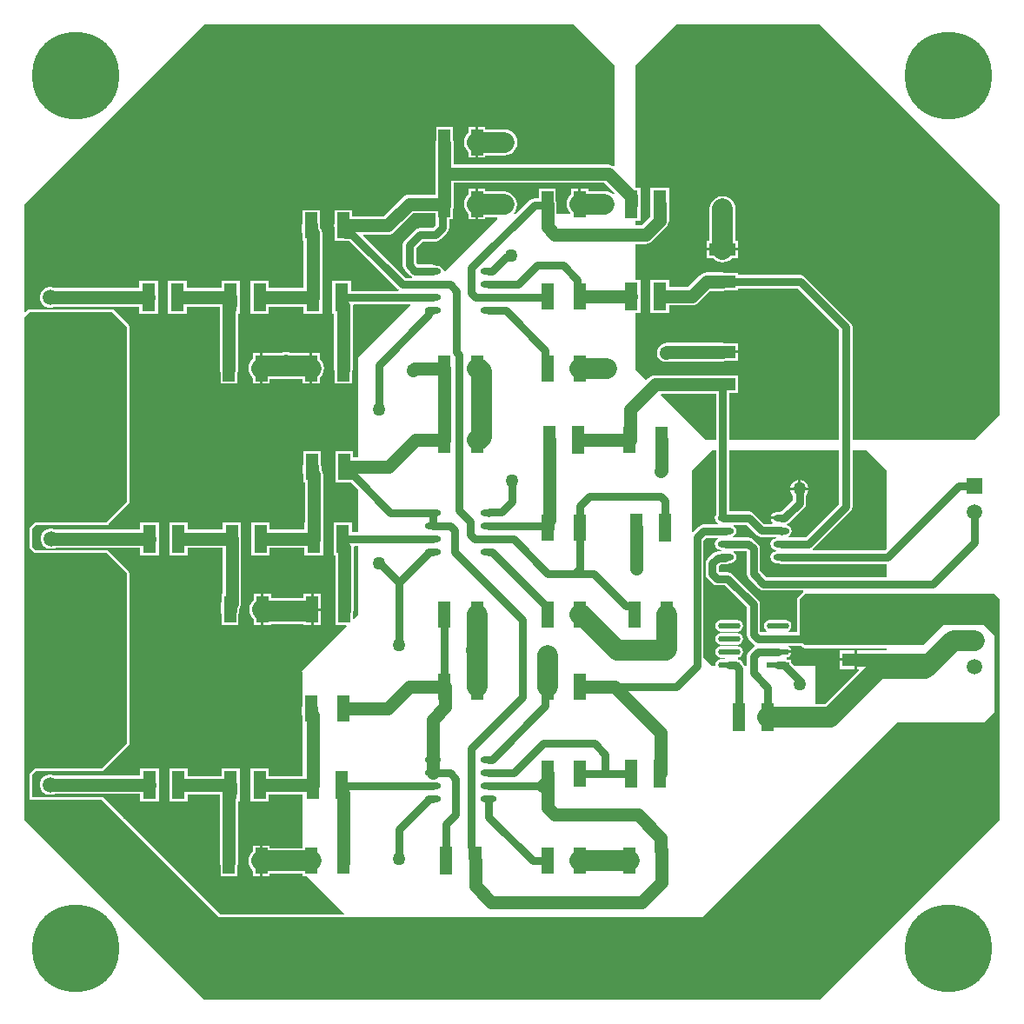
<source format=gtl>
G04*
G04 #@! TF.GenerationSoftware,Altium Limited,Altium Designer,21.0.9 (235)*
G04*
G04 Layer_Physical_Order=1*
G04 Layer_Color=255*
%FSLAX25Y25*%
%MOIN*%
G70*
G04*
G04 #@! TF.SameCoordinates,D8BD6BA4-3444-481E-B6E4-69F3699672C9*
G04*
G04*
G04 #@! TF.FilePolarity,Positive*
G04*
G01*
G75*
%ADD14O,0.06102X0.02362*%
%ADD15R,0.09843X0.04528*%
%ADD16R,0.05118X0.10630*%
%ADD17R,0.04528X0.09843*%
%ADD18R,0.10630X0.05118*%
%ADD19R,0.08540X0.02292*%
G04:AMPARAMS|DCode=20|XSize=85.4mil|YSize=22.92mil|CornerRadius=11.46mil|HoleSize=0mil|Usage=FLASHONLY|Rotation=180.000|XOffset=0mil|YOffset=0mil|HoleType=Round|Shape=RoundedRectangle|*
%AMROUNDEDRECTD20*
21,1,0.08540,0.00000,0,0,180.0*
21,1,0.06248,0.02292,0,0,180.0*
1,1,0.02292,-0.03124,0.00000*
1,1,0.02292,0.03124,0.00000*
1,1,0.02292,0.03124,0.00000*
1,1,0.02292,-0.03124,0.00000*
%
%ADD20ROUNDEDRECTD20*%
%ADD30C,0.07874*%
%ADD31C,0.02953*%
%ADD32C,0.05000*%
%ADD33C,0.33465*%
%ADD34C,0.05906*%
%ADD35R,0.05906X0.05906*%
%ADD36C,0.05000*%
G36*
X354331Y446850D02*
Y408393D01*
X353831Y408147D01*
X353537Y408372D01*
X352685Y408725D01*
X351772Y408845D01*
X292605D01*
Y416929D01*
X292485Y417843D01*
X292339Y418196D01*
Y423244D01*
X285811D01*
Y418196D01*
X285665Y417843D01*
X285545Y416929D01*
Y405315D01*
Y397231D01*
X275590D01*
X274677Y397111D01*
X273826Y396758D01*
X273094Y396197D01*
X265861Y388963D01*
X253559D01*
Y391354D01*
X247031D01*
Y386700D01*
X246885Y386347D01*
X246765Y385433D01*
X246885Y384519D01*
X247031Y384167D01*
Y379512D01*
X250839D01*
X251083Y379463D01*
X252694D01*
X271207Y360951D01*
X271491Y360761D01*
X271339Y360261D01*
X253165D01*
Y364189D01*
X246047D01*
Y351559D01*
X246765D01*
Y330709D01*
Y330315D01*
X246885Y329401D01*
X247031Y329048D01*
Y324787D01*
X253559D01*
Y329048D01*
X253705Y329401D01*
X253825Y330315D01*
Y330709D01*
Y354429D01*
X253772Y354835D01*
X254102Y355211D01*
X275818D01*
X276009Y354749D01*
X255906Y334646D01*
Y296444D01*
X253953D01*
Y298835D01*
X247425D01*
Y294180D01*
X247279Y293827D01*
X247159Y292913D01*
X247279Y292000D01*
X247425Y291647D01*
Y286992D01*
X251233D01*
X251476Y286944D01*
X253088D01*
X255906Y284126D01*
Y267741D01*
X253559D01*
Y271669D01*
X246441D01*
Y259039D01*
X247159D01*
Y238189D01*
Y237795D01*
X247279Y236882D01*
X247425Y236529D01*
Y232268D01*
X251300D01*
X251491Y231806D01*
X234252Y214567D01*
X234646Y214173D01*
Y206315D01*
X234630D01*
Y201660D01*
X234484Y201307D01*
X234364Y200394D01*
Y198209D01*
X234484Y197295D01*
X234630Y196942D01*
Y194473D01*
X234646D01*
Y174396D01*
X221669D01*
Y177181D01*
X214551D01*
Y164551D01*
X221669D01*
Y167336D01*
X234646D01*
Y147653D01*
X234630D01*
Y146712D01*
X222063D01*
Y147653D01*
X219299D01*
Y141732D01*
Y135811D01*
X222063D01*
Y136753D01*
X234630D01*
Y135811D01*
X236236D01*
X250487Y121560D01*
X250296Y121098D01*
X203178Y121098D01*
X166075Y158201D01*
X166075Y158201D01*
X158201Y166075D01*
X157870Y166296D01*
X157480Y166374D01*
X130941D01*
Y174775D01*
X132312Y176146D01*
X157480Y176146D01*
X157870Y176223D01*
X158201Y176444D01*
X168044Y186287D01*
X168265Y186618D01*
X168342Y187008D01*
Y251969D01*
X168265Y252359D01*
X168044Y252690D01*
X160170Y260563D01*
X159839Y260785D01*
X159449Y260862D01*
X132312D01*
X130941Y262233D01*
X130941Y269263D01*
X132312Y270634D01*
X159449D01*
X159839Y270712D01*
X160170Y270933D01*
X168044Y278807D01*
X168265Y279137D01*
X168342Y279528D01*
Y346457D01*
X168265Y346847D01*
X168044Y347178D01*
X162138Y353083D01*
X161808Y353304D01*
X161417Y353382D01*
X129921Y353382D01*
X129531Y353304D01*
X129200Y353083D01*
X128415Y352298D01*
X127953Y352489D01*
Y393701D01*
X196850Y462598D01*
X338583Y462598D01*
X354331Y446850D01*
D02*
G37*
G36*
X354189Y397905D02*
X354148Y397661D01*
X353606Y397459D01*
X352884Y398013D01*
X351682Y398511D01*
X350394Y398680D01*
X344110D01*
Y399622D01*
X341347D01*
Y393701D01*
X340347D01*
Y399622D01*
X337583D01*
Y397419D01*
X337325Y397222D01*
X336534Y396191D01*
X336036Y394990D01*
X335867Y393701D01*
X336036Y392412D01*
X336534Y391211D01*
X337261Y390264D01*
X337175Y389956D01*
X337046Y389764D01*
X331975D01*
Y393701D01*
X331855Y394615D01*
X331709Y394967D01*
Y399622D01*
X325181D01*
Y395888D01*
X323482D01*
X322515Y395696D01*
X321696Y395149D01*
X316311Y389764D01*
X315794D01*
X315548Y390264D01*
X316125Y391015D01*
X316622Y392216D01*
X316792Y393505D01*
X316622Y394794D01*
X316125Y395995D01*
X315333Y397026D01*
X314302Y397817D01*
X313101Y398315D01*
X311812Y398484D01*
X304740D01*
Y399622D01*
X301976D01*
Y393701D01*
Y387779D01*
X304740D01*
Y388525D01*
X309132D01*
X309323Y388063D01*
X289207Y367948D01*
X288665Y368112D01*
X288570Y368587D01*
X288088Y369309D01*
X287367Y369791D01*
X286516Y369960D01*
X285922D01*
X285317Y370364D01*
X284350Y370556D01*
X278684D01*
X278116Y371125D01*
Y376907D01*
X280573Y379365D01*
X285672D01*
X286638Y379557D01*
X287457Y380104D01*
X290073Y382720D01*
X290620Y383539D01*
X290812Y384505D01*
Y387779D01*
X292339D01*
Y392041D01*
X292485Y392393D01*
X292605Y393307D01*
Y393464D01*
X292605Y393465D01*
X292605Y393465D01*
Y401785D01*
X350309D01*
X354189Y397905D01*
D02*
G37*
G36*
X285763Y385551D02*
X284626Y384415D01*
X279528D01*
X278561Y384223D01*
X277742Y383675D01*
X273805Y379738D01*
X273258Y378919D01*
X273066Y377953D01*
Y370079D01*
X273258Y369112D01*
X273805Y368293D01*
X275852Y366246D01*
X276578Y365761D01*
X276509Y365296D01*
X276495Y365261D01*
X274038D01*
X257858Y381441D01*
X258050Y381903D01*
X267323D01*
X268236Y382023D01*
X269088Y382376D01*
X269819Y382937D01*
X277053Y390171D01*
X285763D01*
Y385551D01*
D02*
G37*
G36*
X501968Y393701D02*
X501968Y312992D01*
X492126Y303150D01*
X445438D01*
Y346457D01*
X445246Y347423D01*
X444972Y347832D01*
X444699Y348242D01*
X427278Y365663D01*
X426458Y366211D01*
X425492Y366403D01*
X401590D01*
Y367142D01*
X396936D01*
X396583Y367288D01*
X395669Y367408D01*
X389469D01*
X388555Y367288D01*
X387703Y366935D01*
X386972Y366374D01*
X382396Y361798D01*
X375213D01*
Y364583D01*
X368094D01*
Y351953D01*
X375213D01*
Y354737D01*
X383858D01*
X384772Y354858D01*
X385623Y355210D01*
X386354Y355771D01*
X390931Y360348D01*
X395669D01*
X396583Y360468D01*
X396936Y360614D01*
X401590D01*
Y361353D01*
X424446D01*
X440388Y345411D01*
Y303150D01*
X398194D01*
Y321244D01*
X401590D01*
Y327772D01*
X396936D01*
X396583Y327918D01*
X395669Y328038D01*
X369783D01*
X368870Y327918D01*
X368018Y327565D01*
X367287Y327004D01*
X366378Y326095D01*
X362205Y330268D01*
Y351953D01*
X364189D01*
Y364583D01*
X362205D01*
Y378360D01*
X366142D01*
X367055Y378480D01*
X367907Y378833D01*
X368638Y379394D01*
X374091Y384846D01*
X374652Y385577D01*
X375004Y386429D01*
X375125Y387343D01*
Y387386D01*
X375213D01*
Y400016D01*
X368094D01*
Y393871D01*
X368064Y393642D01*
Y388805D01*
X364680Y385420D01*
X362205D01*
Y387386D01*
X364189D01*
Y400016D01*
X362205D01*
Y446850D01*
X377953Y462598D01*
X433071D01*
X501968Y393701D01*
D02*
G37*
G36*
X393144Y303150D02*
X389323D01*
X371957Y320516D01*
X372148Y320978D01*
X393144D01*
Y303150D01*
D02*
G37*
G36*
Y274426D02*
X392926Y274099D01*
X392757Y273248D01*
X392926Y272397D01*
X393408Y271675D01*
X394010Y271273D01*
X393876Y270773D01*
X388327D01*
X387361Y270581D01*
X386541Y270033D01*
X384358Y267850D01*
X383858Y268057D01*
Y291339D01*
X391732Y299213D01*
X393144D01*
Y274426D01*
D02*
G37*
G36*
X440388Y278605D02*
X427557Y265773D01*
X421085D01*
X420950Y266273D01*
X421553Y266675D01*
X422035Y267397D01*
X422204Y268248D01*
X422035Y269099D01*
X421553Y269820D01*
X420831Y270303D01*
X420335Y270401D01*
Y270911D01*
X420356Y270915D01*
X420747Y271177D01*
X420831Y271194D01*
X421553Y271675D01*
X421885Y272172D01*
X426931Y277218D01*
X427478Y278038D01*
X427670Y279004D01*
Y281979D01*
X427946Y282255D01*
X428407Y283053D01*
X428635Y283904D01*
X421656D01*
X421884Y283053D01*
X422345Y282255D01*
X422620Y281979D01*
Y280050D01*
X418344Y275773D01*
X418110D01*
X417144Y275581D01*
X416981Y275472D01*
X416240D01*
X415389Y275303D01*
X414668Y274820D01*
X414186Y274099D01*
X414116Y273748D01*
X418110D01*
Y272748D01*
X414116D01*
X414186Y272397D01*
X414668Y271675D01*
X414887Y271529D01*
X414736Y271029D01*
X411676D01*
X407671Y275033D01*
X406852Y275581D01*
X405886Y275773D01*
X398194D01*
Y299213D01*
X440388D01*
Y278605D01*
D02*
G37*
G36*
X450787Y299213D02*
X458661Y291338D01*
Y261445D01*
X457990Y260773D01*
X430256D01*
X430104Y261273D01*
X430388Y261463D01*
X444699Y275774D01*
X445246Y276593D01*
X445438Y277559D01*
Y299213D01*
X450787D01*
Y299213D01*
D02*
G37*
G36*
X408845Y266719D02*
X409664Y266171D01*
X410630Y265979D01*
X416225D01*
X416477Y265479D01*
X416471Y265472D01*
X416240D01*
X415389Y265303D01*
X414668Y264821D01*
X414186Y264099D01*
X414016Y263248D01*
X414186Y262397D01*
X414668Y261676D01*
X415389Y261193D01*
X416240Y261024D01*
X416337D01*
X416545Y260524D01*
X416493Y260472D01*
X416240D01*
X415389Y260303D01*
X414668Y259821D01*
X414186Y259099D01*
X414016Y258248D01*
X414186Y257397D01*
X414668Y256676D01*
X415389Y256193D01*
X416240Y256024D01*
X416981D01*
X417144Y255915D01*
X418110Y255723D01*
X458661D01*
Y250556D01*
X412463D01*
X410005Y253014D01*
Y261518D01*
X409813Y262485D01*
X409266Y263304D01*
X407536Y265033D01*
X406717Y265581D01*
X405751Y265773D01*
X399825D01*
X399690Y266273D01*
X400293Y266675D01*
X400775Y267397D01*
X400944Y268248D01*
X400775Y269099D01*
X400293Y269820D01*
X399690Y270223D01*
X399825Y270723D01*
X404840D01*
X408845Y266719D01*
D02*
G37*
G36*
X255906Y236221D02*
X254415Y234730D01*
X253953Y234921D01*
Y236529D01*
X254099Y236882D01*
X254219Y237795D01*
Y238189D01*
Y261910D01*
X254166Y262316D01*
X254495Y262692D01*
X255906D01*
Y236221D01*
D02*
G37*
G36*
X404955Y260472D02*
Y251969D01*
X405148Y251002D01*
X405695Y250183D01*
X409632Y246246D01*
X410451Y245699D01*
X411417Y245507D01*
X426403D01*
X426462Y245424D01*
X426444Y244815D01*
X424476Y242847D01*
X424255Y242516D01*
X424177Y242126D01*
X424177Y229434D01*
X420900D01*
X420826Y229652D01*
X420817Y229934D01*
X421457Y230362D01*
X421931Y231072D01*
X422098Y231909D01*
X421931Y232747D01*
X421457Y233457D01*
X420747Y233931D01*
X419910Y234097D01*
X413662D01*
X412824Y233931D01*
X412115Y233457D01*
X411640Y232747D01*
X411474Y231909D01*
X411640Y231072D01*
X412115Y230362D01*
X412755Y229934D01*
X412745Y229652D01*
X412672Y229434D01*
X410256D01*
X410005Y229685D01*
Y240158D01*
X409813Y241124D01*
X409266Y241943D01*
X399423Y251785D01*
X398604Y252333D01*
X397638Y252525D01*
X394747D01*
X394257Y253014D01*
Y254860D01*
X394825Y255428D01*
X396555D01*
X397521Y255620D01*
X398126Y256024D01*
X398721D01*
X399571Y256193D01*
X400293Y256676D01*
X400775Y257397D01*
X400944Y258248D01*
X400775Y259099D01*
X400293Y259821D01*
X399690Y260223D01*
X399825Y260723D01*
X404705D01*
X404955Y260472D01*
D02*
G37*
G36*
X426444Y223689D02*
X426775Y223467D01*
X427165Y223390D01*
X458661Y223390D01*
Y222428D01*
X453165D01*
Y222457D01*
X447350D01*
Y218898D01*
Y215339D01*
X447801D01*
X447992Y214877D01*
X435455Y202340D01*
X435455Y202340D01*
X434945Y201830D01*
X431102D01*
Y216535D01*
X423194D01*
X422056Y217673D01*
Y219055D01*
X420555D01*
X420281Y219285D01*
X420375Y219814D01*
X420747Y219888D01*
X421457Y220362D01*
X421931Y221072D01*
X421998Y221409D01*
X416786D01*
Y222409D01*
X421998D01*
X421931Y222747D01*
X421457Y223457D01*
X420817Y223885D01*
X420826Y224167D01*
X420900Y224384D01*
X425748D01*
X426444Y223689D01*
D02*
G37*
G36*
X394010Y265223D02*
X393408Y264821D01*
X392926Y264099D01*
X392757Y263248D01*
X392926Y262397D01*
X393408Y261676D01*
X394129Y261193D01*
X394980Y261024D01*
X395214D01*
X395422Y260524D01*
X395375Y260478D01*
X393779D01*
X392813Y260285D01*
X391994Y259738D01*
X389947Y257691D01*
X389400Y256872D01*
X389207Y255906D01*
Y251969D01*
X389400Y251002D01*
X389947Y250183D01*
X391915Y248215D01*
X392735Y247667D01*
X393701Y247475D01*
X396592D01*
X404955Y239112D01*
Y228639D01*
X405148Y227673D01*
X405695Y226854D01*
X407425Y225124D01*
X408078Y224687D01*
X408086Y224665D01*
Y224153D01*
X408078Y224132D01*
X407425Y223695D01*
X405695Y221965D01*
X405148Y221146D01*
X404955Y220180D01*
Y216535D01*
X404303D01*
X404301Y216545D01*
X403754Y217364D01*
X403217Y217901D01*
X402846Y218457D01*
X402136Y218931D01*
X402042Y218950D01*
X401604Y219242D01*
X401528Y219257D01*
Y219767D01*
X402136Y219888D01*
X402846Y220362D01*
X403320Y221072D01*
X403487Y221909D01*
X403320Y222747D01*
X402846Y223457D01*
X402136Y223931D01*
X401299Y224097D01*
X395051D01*
X394213Y223931D01*
X393504Y223457D01*
X393029Y222747D01*
X392863Y221909D01*
X393029Y221072D01*
X393504Y220362D01*
X394213Y219888D01*
X395051Y219722D01*
X396643D01*
X396874Y219235D01*
X396775Y219097D01*
X395051D01*
X394213Y218931D01*
X393504Y218457D01*
X393029Y217747D01*
X392863Y216910D01*
X392556Y216535D01*
X391732D01*
X388352Y219916D01*
Y264702D01*
X389373Y265723D01*
X393876D01*
X394010Y265223D01*
D02*
G37*
G36*
X167323Y346457D02*
Y279528D01*
X159449Y271654D01*
X131890D01*
X129921Y269685D01*
X129921Y261811D01*
X131890Y259842D01*
X159449D01*
X167323Y251969D01*
Y187008D01*
X157480Y177165D01*
X131890Y177165D01*
X129921Y175197D01*
Y165354D01*
X157480D01*
X165354Y157480D01*
X165354Y137795D01*
X165354Y157480D01*
X202756Y120079D01*
X165354D01*
Y132101D01*
X165354Y120079D01*
X165354Y120079D01*
X387795Y120079D01*
X462598Y194882D01*
X496063Y194882D01*
X500000Y198819D01*
X500000Y228346D01*
X496063Y232283D01*
X480315Y232283D01*
X472441Y224409D01*
X427165Y224410D01*
X425197Y226378D01*
X425197Y242126D01*
X427165Y244094D01*
X500000D01*
X501968Y242126D01*
Y242126D01*
X501968Y242126D01*
X501968Y157480D01*
X433071Y88583D01*
X196850Y88583D01*
X165354Y120079D01*
X165354D01*
Y120079D01*
X127953Y157480D01*
X127953Y350394D01*
X129921Y352362D01*
X161417Y352362D01*
X167323Y346457D01*
D02*
G37*
%LPC*%
G36*
X304740Y423244D02*
X301976D01*
Y417323D01*
Y411402D01*
X304740D01*
Y412343D01*
X312008D01*
X313297Y412513D01*
X314498Y413010D01*
X315529Y413802D01*
X316320Y414833D01*
X316818Y416034D01*
X316987Y417323D01*
X316818Y418612D01*
X316320Y419813D01*
X315529Y420844D01*
X314498Y421635D01*
X313297Y422133D01*
X312008Y422302D01*
X304740D01*
Y423244D01*
D02*
G37*
G36*
X300976D02*
X298213D01*
Y421041D01*
X297955Y420844D01*
X297164Y419813D01*
X296666Y418612D01*
X296497Y417323D01*
X296666Y416034D01*
X297164Y414833D01*
X297955Y413802D01*
X298213Y413604D01*
Y411402D01*
X300976D01*
Y417323D01*
Y423244D01*
D02*
G37*
G36*
X241158Y391354D02*
X234630D01*
Y386700D01*
X234484Y386347D01*
X234364Y385433D01*
Y383248D01*
X234484Y382334D01*
X234630Y381982D01*
Y379512D01*
X235052D01*
Y364189D01*
X235024D01*
Y361404D01*
X221669D01*
Y364189D01*
X214551D01*
Y351559D01*
X221669D01*
Y354344D01*
X235024D01*
Y351559D01*
X242142D01*
Y364189D01*
X242113D01*
Y382559D01*
X241993Y383473D01*
X241640Y384324D01*
X241424Y384606D01*
Y385433D01*
X241304Y386347D01*
X241158Y386700D01*
Y391354D01*
D02*
G37*
G36*
X210646Y364189D02*
X203528D01*
Y361404D01*
X190173D01*
Y364189D01*
X183055D01*
Y351559D01*
X190173D01*
Y354344D01*
X202867D01*
Y330315D01*
X202988Y329401D01*
X203134Y329048D01*
Y324787D01*
X209661D01*
Y329048D01*
X209807Y329401D01*
X209928Y330315D01*
Y351559D01*
X210646D01*
Y364189D01*
D02*
G37*
G36*
X179150D02*
X172031D01*
Y361404D01*
X139586D01*
X139321Y361557D01*
X138316Y361827D01*
X137275D01*
X136270Y361557D01*
X135368Y361037D01*
X134632Y360301D01*
X134112Y359400D01*
X133843Y358394D01*
Y357354D01*
X134112Y356348D01*
X134632Y355447D01*
X135368Y354711D01*
X136270Y354191D01*
X137275Y353921D01*
X138316D01*
X139321Y354191D01*
X139586Y354344D01*
X172031D01*
Y351559D01*
X179150D01*
Y364189D01*
D02*
G37*
G36*
X228199Y336919D02*
X226910Y336749D01*
X226726Y336672D01*
X219784D01*
X219783Y336672D01*
X219460Y336630D01*
X219299D01*
Y330709D01*
Y324787D01*
X222063D01*
Y326713D01*
X227953D01*
X227953Y326713D01*
X228199Y326746D01*
X228445Y326713D01*
X228445Y326713D01*
X234630D01*
Y324787D01*
X237394D01*
Y330709D01*
Y336630D01*
X237233D01*
X236910Y336672D01*
X236909Y336672D01*
X229672D01*
X229488Y336749D01*
X228199Y336919D01*
D02*
G37*
G36*
X241158Y336630D02*
X238394D01*
Y330709D01*
Y324787D01*
X241158D01*
Y326990D01*
X241415Y327187D01*
X242206Y328219D01*
X242704Y329420D01*
X242873Y330709D01*
X242704Y331997D01*
X242206Y333198D01*
X241415Y334230D01*
X241158Y334487D01*
Y336630D01*
D02*
G37*
G36*
X218299D02*
X215535D01*
Y334487D01*
X215278Y334230D01*
X214487Y333198D01*
X213989Y331997D01*
X213820Y330709D01*
X213989Y329420D01*
X214487Y328219D01*
X215278Y327187D01*
X215535Y326990D01*
Y324787D01*
X218299D01*
Y330709D01*
Y336630D01*
D02*
G37*
G36*
X241551Y298835D02*
X235024D01*
Y294180D01*
X234877Y293827D01*
X234757Y292913D01*
Y290728D01*
X234877Y289815D01*
X235024Y289462D01*
Y286992D01*
X235446D01*
Y271669D01*
X235417D01*
Y268884D01*
X222063D01*
Y271669D01*
X214945D01*
Y259039D01*
X222063D01*
Y261824D01*
X235417D01*
Y259039D01*
X242535D01*
Y271669D01*
X242507D01*
Y290039D01*
X242386Y290953D01*
X242034Y291805D01*
X241818Y292086D01*
Y292913D01*
X241697Y293827D01*
X241551Y294180D01*
Y298835D01*
D02*
G37*
G36*
X211039Y271669D02*
X203921D01*
Y268884D01*
X190567D01*
Y271669D01*
X183449D01*
Y259039D01*
X190567D01*
Y261824D01*
X203921D01*
Y259039D01*
X203950D01*
Y244110D01*
X203528D01*
Y241247D01*
X203381Y240894D01*
X203261Y239980D01*
Y237795D01*
X203381Y236882D01*
X203528Y236529D01*
Y232268D01*
X210055D01*
Y236529D01*
X210201Y236882D01*
X210321Y237795D01*
Y238623D01*
X210538Y238904D01*
X210890Y239756D01*
X211011Y240669D01*
Y259039D01*
X211039D01*
Y271669D01*
D02*
G37*
G36*
X179543D02*
X172425D01*
Y268884D01*
X139980D01*
X139715Y269038D01*
X138709Y269307D01*
X137669D01*
X136663Y269038D01*
X135762Y268517D01*
X135026Y267781D01*
X134506Y266880D01*
X134236Y265875D01*
Y264834D01*
X134506Y263829D01*
X135026Y262927D01*
X135762Y262191D01*
X136663Y261671D01*
X137669Y261402D01*
X138709D01*
X139715Y261671D01*
X139980Y261824D01*
X172425D01*
Y259039D01*
X179543D01*
Y271669D01*
D02*
G37*
G36*
X237787Y244110D02*
X235024D01*
Y242676D01*
X222457D01*
Y244110D01*
X219693D01*
Y238189D01*
Y232268D01*
X222457D01*
Y232717D01*
X235024D01*
Y232268D01*
X237787D01*
Y238189D01*
Y244110D01*
D02*
G37*
G36*
X241551D02*
X238787D01*
Y238689D01*
X241551D01*
Y244110D01*
D02*
G37*
G36*
X241593Y237689D02*
X238787D01*
Y232268D01*
X241551D01*
Y237373D01*
X241593Y237689D01*
D02*
G37*
G36*
X218693Y244110D02*
X215929D01*
Y241908D01*
X215672Y241710D01*
X214880Y240679D01*
X214383Y239478D01*
X214213Y238189D01*
X214383Y236900D01*
X214880Y235699D01*
X215672Y234668D01*
X215929Y234411D01*
Y232268D01*
X218693D01*
Y238189D01*
Y244110D01*
D02*
G37*
G36*
X179543Y177181D02*
X172425D01*
Y174475D01*
X139723D01*
X139321Y174707D01*
X138316Y174976D01*
X137275D01*
X136270Y174707D01*
X135368Y174187D01*
X134632Y173451D01*
X134112Y172549D01*
X133843Y171544D01*
Y170503D01*
X134112Y169498D01*
X134632Y168597D01*
X135368Y167861D01*
X136270Y167340D01*
X137275Y167071D01*
X138316D01*
X139321Y167340D01*
X139450Y167415D01*
X172425D01*
Y164551D01*
X179543D01*
Y177181D01*
D02*
G37*
G36*
X210646Y177181D02*
X203528D01*
Y174396D01*
X190567D01*
Y177181D01*
X183449D01*
Y164551D01*
X190567D01*
Y167336D01*
X202867D01*
Y141339D01*
X202988Y140425D01*
X203134Y140072D01*
Y135811D01*
X209661D01*
Y140072D01*
X209807Y140425D01*
X209928Y141339D01*
Y164551D01*
X210646D01*
Y177181D01*
D02*
G37*
G36*
X218299Y147653D02*
X215535D01*
Y145451D01*
X215278Y145253D01*
X214487Y144222D01*
X213989Y143021D01*
X213820Y141732D01*
X213989Y140444D01*
X214487Y139242D01*
X215278Y138211D01*
X215535Y138014D01*
Y135811D01*
X218299D01*
Y141732D01*
Y147653D01*
D02*
G37*
G36*
X300976Y399622D02*
X298213D01*
Y397419D01*
X297955Y397222D01*
X297164Y396191D01*
X296666Y394990D01*
X296497Y393701D01*
X296666Y392412D01*
X297164Y391211D01*
X297955Y390180D01*
X298151Y389984D01*
X298151Y389984D01*
X298213Y389937D01*
Y387779D01*
X300976D01*
Y393701D01*
Y399622D01*
D02*
G37*
G36*
X395669Y396712D02*
X394380Y396542D01*
X393179Y396045D01*
X392148Y395253D01*
X391357Y394222D01*
X390859Y393021D01*
X390690Y391732D01*
Y379543D01*
X389748D01*
Y376780D01*
X395669D01*
X401590D01*
Y379543D01*
X400649D01*
Y391732D01*
X400479Y393021D01*
X399982Y394222D01*
X399190Y395253D01*
X398159Y396045D01*
X396958Y396542D01*
X395669Y396712D01*
D02*
G37*
G36*
X401590Y375780D02*
X395669D01*
X389748D01*
Y373016D01*
X391951D01*
X392148Y372758D01*
X393179Y371967D01*
X394380Y371470D01*
X395669Y371300D01*
X396958Y371470D01*
X398159Y371967D01*
X399190Y372758D01*
X399388Y373016D01*
X401590D01*
Y375780D01*
D02*
G37*
G36*
X395669Y340440D02*
X374311D01*
X373397Y340319D01*
X372546Y339967D01*
X371815Y339406D01*
X371519Y339110D01*
X371379Y338927D01*
X371215Y338763D01*
X371099Y338563D01*
X370958Y338379D01*
X370870Y338165D01*
X370754Y337965D01*
X370694Y337742D01*
X370606Y337528D01*
X370576Y337298D01*
X370516Y337075D01*
Y336844D01*
X370486Y336614D01*
X370516Y336385D01*
Y336153D01*
X370576Y335930D01*
X370606Y335700D01*
X370694Y335487D01*
X370754Y335263D01*
X370870Y335063D01*
X370958Y334849D01*
X371099Y334665D01*
X371215Y334465D01*
X371379Y334301D01*
X371519Y334118D01*
X371703Y333977D01*
X371867Y333814D01*
X372067Y333698D01*
X372251Y333557D01*
X372464Y333468D01*
X372665Y333353D01*
X372888Y333293D01*
X373102Y333204D01*
X373331Y333174D01*
X373555Y333114D01*
X373786D01*
X374016Y333084D01*
X374245Y333114D01*
X374477D01*
X374700Y333174D01*
X374929Y333204D01*
X375143Y333293D01*
X375367Y333353D01*
X375413Y333379D01*
X395669D01*
X396583Y333500D01*
X396936Y333646D01*
X401590D01*
Y336409D01*
X395669D01*
Y337409D01*
X401590D01*
Y340173D01*
X396936D01*
X396583Y340319D01*
X395669Y340440D01*
D02*
G37*
G36*
X425645Y287893D02*
Y284904D01*
X428635D01*
X428407Y285755D01*
X427946Y286553D01*
X427294Y287205D01*
X426496Y287665D01*
X425645Y287893D01*
D02*
G37*
G36*
X424645D02*
X423795Y287665D01*
X422996Y287205D01*
X422345Y286553D01*
X421884Y285755D01*
X421656Y284904D01*
X424645D01*
Y287893D01*
D02*
G37*
G36*
X446350Y222457D02*
X440535D01*
Y219398D01*
X446350D01*
Y222457D01*
D02*
G37*
G36*
Y218398D02*
X440535D01*
Y215339D01*
X446350D01*
Y218398D01*
D02*
G37*
G36*
X401299Y234097D02*
X395051D01*
X394213Y233931D01*
X393504Y233457D01*
X393029Y232747D01*
X392863Y231909D01*
X393029Y231072D01*
X393504Y230362D01*
X394213Y229888D01*
X395051Y229721D01*
X401299D01*
X402136Y229888D01*
X402846Y230362D01*
X403320Y231072D01*
X403487Y231909D01*
X403320Y232747D01*
X402846Y233457D01*
X402136Y233931D01*
X401299Y234097D01*
D02*
G37*
G36*
Y229097D02*
X395051D01*
X394213Y228931D01*
X393504Y228457D01*
X393029Y227747D01*
X392863Y226909D01*
X393029Y226072D01*
X393504Y225362D01*
X394213Y224888D01*
X395051Y224722D01*
X401299D01*
X402136Y224888D01*
X402846Y225362D01*
X403320Y226072D01*
X403487Y226909D01*
X403320Y227747D01*
X402846Y228457D01*
X402136Y228931D01*
X401299Y229097D01*
D02*
G37*
%LPD*%
D14*
X284646Y275217D02*
D03*
Y270216D02*
D03*
Y265216D02*
D03*
Y260216D02*
D03*
X305906Y275217D02*
D03*
Y270216D02*
D03*
Y265216D02*
D03*
Y260216D02*
D03*
X284646Y180728D02*
D03*
Y175728D02*
D03*
Y170728D02*
D03*
Y165728D02*
D03*
X305906Y180728D02*
D03*
Y175728D02*
D03*
Y170728D02*
D03*
Y165728D02*
D03*
X418110Y258248D02*
D03*
Y263248D02*
D03*
Y268248D02*
D03*
Y273248D02*
D03*
X396850Y258248D02*
D03*
Y263248D02*
D03*
Y268248D02*
D03*
Y273248D02*
D03*
X284646Y367736D02*
D03*
Y362736D02*
D03*
Y357736D02*
D03*
Y352736D02*
D03*
X305906Y367736D02*
D03*
Y362736D02*
D03*
Y357736D02*
D03*
Y352736D02*
D03*
D15*
X395669Y376279D02*
D03*
Y363878D02*
D03*
Y336910D02*
D03*
Y324508D02*
D03*
D16*
X329134Y303150D02*
D03*
X340158D02*
D03*
X360630Y393701D02*
D03*
X371654D02*
D03*
X360630Y175197D02*
D03*
X371654D02*
D03*
X249606Y170866D02*
D03*
X238583D02*
D03*
X218110D02*
D03*
X207087D02*
D03*
X187008Y170866D02*
D03*
X175984D02*
D03*
X289764Y141732D02*
D03*
X300787D02*
D03*
X362598Y269685D02*
D03*
X373622D02*
D03*
X218504Y265354D02*
D03*
X207480D02*
D03*
X187008D02*
D03*
X175984D02*
D03*
X250000D02*
D03*
X238976D02*
D03*
X401968Y196850D02*
D03*
X412992D02*
D03*
X186614Y357874D02*
D03*
X175591D02*
D03*
X249606D02*
D03*
X238583D02*
D03*
X218110D02*
D03*
X207087D02*
D03*
X360630Y358268D02*
D03*
X371654D02*
D03*
D17*
X374311Y236221D02*
D03*
X361910D02*
D03*
X340846Y269685D02*
D03*
X328445D02*
D03*
X340846Y236221D02*
D03*
X328445D02*
D03*
X372342Y303150D02*
D03*
X359941D02*
D03*
X328445Y208661D02*
D03*
X340846D02*
D03*
X250295Y200394D02*
D03*
X237894D02*
D03*
Y141732D02*
D03*
X250295D02*
D03*
X218799D02*
D03*
X206398D02*
D03*
X328445Y175197D02*
D03*
X340846D02*
D03*
X359941Y141732D02*
D03*
X372342D02*
D03*
X340846D02*
D03*
X328445D02*
D03*
Y358268D02*
D03*
X340846D02*
D03*
X301476Y208661D02*
D03*
X289075D02*
D03*
Y236221D02*
D03*
X301476D02*
D03*
X218799Y330709D02*
D03*
X206398D02*
D03*
X237894D02*
D03*
X250295D02*
D03*
X289075D02*
D03*
X301476D02*
D03*
X340846Y393701D02*
D03*
X328445D02*
D03*
X301476Y303150D02*
D03*
X289075D02*
D03*
X340846Y330709D02*
D03*
X328445D02*
D03*
X250689Y292913D02*
D03*
X238287D02*
D03*
X219193Y238189D02*
D03*
X206791D02*
D03*
X238287D02*
D03*
X250689D02*
D03*
X289075Y417323D02*
D03*
X301476D02*
D03*
X250295Y385433D02*
D03*
X237894D02*
D03*
X301476Y393701D02*
D03*
X289075D02*
D03*
D18*
X446850Y218898D02*
D03*
Y229921D02*
D03*
D19*
X416786Y216910D02*
D03*
D20*
Y221909D02*
D03*
Y226909D02*
D03*
Y231909D02*
D03*
X398175D02*
D03*
Y226909D02*
D03*
Y221909D02*
D03*
Y216910D02*
D03*
D30*
X303396Y305069D02*
Y328789D01*
X303150Y329035D02*
X303396Y328789D01*
X303150Y304823D02*
X303396Y305069D01*
X219783Y331693D02*
X227953D01*
X236910D02*
X237894Y330709D01*
X227953Y331693D02*
X228199Y331939D01*
X218799Y330709D02*
X219783Y331693D01*
X228445D02*
X236910D01*
X228199Y331939D02*
X228445Y331693D01*
X303150Y329035D02*
Y329724D01*
Y304134D02*
Y304823D01*
X301672Y393505D02*
X311812D01*
X301476Y393701D02*
X301672Y393505D01*
X340846Y330709D02*
X351378D01*
X341535Y236221D02*
X355315Y222441D01*
X374016D01*
X340846Y236221D02*
X341535D01*
X301476Y208661D02*
Y222146D01*
X301181Y222441D02*
X301476Y222146D01*
X301181Y222441D02*
X301476Y222736D01*
Y236221D01*
Y330709D02*
X302165D01*
X303150Y329724D01*
X302165Y303150D02*
X303150Y304134D01*
X301476Y303150D02*
X302165D01*
X340846Y393701D02*
X350394D01*
X328445Y208661D02*
X328740Y208957D01*
Y220472D01*
X455709Y215551D02*
X473425D01*
X438976Y198819D02*
X455709Y215551D01*
X228150Y237697D02*
X236614D01*
X219685D02*
X228150D01*
X219193Y238189D02*
X219685Y237697D01*
X359941Y141732D02*
X359941Y141732D01*
X350394Y141732D02*
X359941D01*
X340846D02*
X350394D01*
X340846Y141732D02*
X340846Y141732D01*
X374016Y222441D02*
X374311Y222736D01*
Y236221D01*
X301476Y417323D02*
X312008D01*
X237894Y141732D02*
X237894Y141732D01*
X228346Y141732D02*
X237894D01*
X218799D02*
X228346D01*
X218799Y141732D02*
X218799Y141732D01*
X473425Y215551D02*
X484252Y226378D01*
X492126D01*
X437008Y196850D02*
X438976Y198819D01*
X412992Y196850D02*
X437008D01*
X395669Y376279D02*
Y391732D01*
D31*
X314569Y373624D02*
X314765Y373820D01*
X264252Y255906D02*
X271654Y248504D01*
X263779Y255906D02*
X264252D01*
X283071Y352441D02*
X283366Y352736D01*
X283071Y351161D02*
Y352441D01*
X263779Y331870D02*
X283071Y351161D01*
X263779Y314961D02*
Y331870D01*
X283366Y352736D02*
X284646D01*
X254134Y289469D02*
X268386Y275217D01*
X250689Y290256D02*
X251476Y289469D01*
X250689Y290256D02*
Y292913D01*
X251476Y289469D02*
X254134D01*
X250138Y265216D02*
X284646D01*
X250000Y265354D02*
X250138Y265216D01*
X271654Y224410D02*
Y248504D01*
X283366Y260216D01*
X292913Y260236D02*
X318898Y234252D01*
X299213Y185039D02*
X318898Y204724D01*
Y234252D01*
X284646Y270216D02*
Y275217D01*
X294488Y276378D02*
Y335982D01*
X293701Y336770D02*
X294488Y335982D01*
Y276378D02*
X298819Y272047D01*
X293701Y336770D02*
Y360236D01*
X359547Y392618D02*
X360630Y393701D01*
X346161Y251969D02*
X358465Y239665D01*
X338822Y251969D02*
X346161D01*
X358465Y239665D02*
X361122D01*
X361910Y238878D01*
Y236221D02*
Y238878D01*
X271654Y142717D02*
Y154016D01*
X283366Y165728D01*
X425197Y209646D02*
Y210962D01*
X419249Y216910D02*
X425197Y210962D01*
X412992Y196850D02*
Y208258D01*
X407480Y213770D02*
X412992Y208258D01*
X407480Y213770D02*
Y220180D01*
X416786Y216910D02*
X419249D01*
X407480Y220180D02*
X409210Y221909D01*
X398175Y216910D02*
X400638D01*
X401968Y215579D01*
Y196850D02*
Y215579D01*
X409210Y221909D02*
X416786D01*
X328108Y393363D02*
X328445Y393701D01*
X299213Y369094D02*
X323482Y393363D01*
X299213Y359466D02*
Y369094D01*
X305906Y357736D02*
X327913D01*
X300942D02*
X305906D01*
X323482Y393363D02*
X328108D01*
X385827Y216535D02*
Y265748D01*
X354331Y208661D02*
X377953D01*
X385827Y216535D01*
X305906Y265216D02*
X315492D01*
X328740Y251969D02*
X338822D01*
X305906Y260216D02*
X307185D01*
X338822Y251969D02*
X340846Y253994D01*
X315492Y265216D02*
X328740Y251969D01*
X307185Y260216D02*
X327658Y239744D01*
Y237008D02*
Y239744D01*
Y237008D02*
X328445Y236221D01*
X418110Y273248D02*
X419390D01*
X425145Y279004D01*
Y284404D01*
X283366Y165728D02*
X284646D01*
X283366Y260216D02*
X284646D01*
X313073Y373624D02*
X314569D01*
X305906Y367736D02*
X307185D01*
X313073Y373624D01*
X411417Y248031D02*
X476378D01*
X407480Y251969D02*
X411417Y248031D01*
X407480Y251969D02*
Y261518D01*
X476378Y248031D02*
X492126Y263779D01*
X418110Y258248D02*
X459035D01*
X486221Y285433D02*
X492126D01*
X405751Y263248D02*
X407480Y261518D01*
X492126Y263779D02*
Y275433D01*
X459035Y258248D02*
X486221Y285433D01*
X396850Y263248D02*
X405751D01*
X305906Y275217D02*
X306201Y275512D01*
X310945D01*
X314961Y279528D02*
Y287402D01*
X310945Y275512D02*
X314961Y279528D01*
X391732Y255906D02*
X393779Y257953D01*
X396555D02*
X396850Y258248D01*
X393779Y257953D02*
X396555D01*
X391732Y251969D02*
Y255906D01*
Y251969D02*
X393701Y250000D01*
X397638D01*
X407480Y240158D01*
Y228639D02*
Y240158D01*
Y228639D02*
X409210Y226909D01*
X416786D01*
X444095Y229921D02*
X446850D01*
X416786Y226909D02*
X441083D01*
X444095Y229921D01*
X307185Y180728D02*
X327658Y201201D01*
Y207874D01*
X328445Y208661D01*
X305906Y180728D02*
X307185D01*
X395669Y273543D02*
X395965Y273248D01*
X395669Y273543D02*
Y324508D01*
X395965Y273248D02*
X396850D01*
X298819Y266946D02*
X300549Y265216D01*
X298819Y266946D02*
Y272047D01*
X300549Y265216D02*
X305906D01*
X291201Y362736D02*
X293701Y360236D01*
X299213Y359466D02*
X300942Y357736D01*
X284646Y362736D02*
X291201D01*
X292913Y260236D02*
Y268487D01*
X284646Y270216D02*
X291184D01*
X292913Y268487D01*
X388327Y268248D02*
X396850D01*
X385827Y265748D02*
X388327Y268248D01*
X340846Y253994D02*
Y269528D01*
X344488Y281496D02*
X371892D01*
X340768Y277776D02*
X344488Y281496D01*
X371892D02*
X373622Y279766D01*
X299705Y142815D02*
X300787Y141732D01*
X299213Y147301D02*
Y185039D01*
Y147301D02*
X299705Y146808D01*
Y142815D02*
Y146808D01*
X268386Y275217D02*
X284646D01*
X425492Y363878D02*
X442913Y346457D01*
X395669Y363878D02*
X425492D01*
X442913Y277559D02*
Y346457D01*
X428602Y263248D02*
X442913Y277559D01*
X418110Y263248D02*
X428602D01*
X410630Y268504D02*
X417854D01*
X418110Y268248D01*
X405886Y273248D02*
X410630Y268504D01*
X396850Y273248D02*
X405886D01*
X340768Y269606D02*
X340846Y269528D01*
X340768Y269606D02*
Y277776D01*
X373622Y269685D02*
Y279766D01*
X305906Y270216D02*
X327913D01*
X328445Y269685D01*
X289075Y208661D02*
X289075Y208661D01*
Y236221D01*
X350738Y175197D02*
X360630D01*
X340846D02*
X350738D01*
Y182726D01*
X326772Y187008D02*
X346457D01*
X350738Y182726D01*
X315492Y175728D02*
X326772Y187008D01*
X305906Y175728D02*
X315492D01*
X305906Y170728D02*
X326634D01*
X322835Y141732D02*
X328445D01*
X305906Y158661D02*
X322835Y141732D01*
X305906Y158661D02*
Y165728D01*
X284646Y175728D02*
X284941Y175433D01*
X291102D01*
X293307Y173228D01*
Y159449D02*
Y173228D01*
X289764Y141732D02*
Y155905D01*
X293307Y159449D01*
X249606Y170866D02*
X249744Y170728D01*
X284646D01*
X340059Y359055D02*
Y364665D01*
Y359055D02*
X340846Y358268D01*
X334646Y370079D02*
X340059Y364665D01*
X305906Y352736D02*
X312618D01*
X327658Y337697D01*
Y331496D02*
Y337697D01*
Y331496D02*
X328445Y330709D01*
X324734Y370079D02*
X334646D01*
X317392Y362736D02*
X324734Y370079D01*
X305906Y362736D02*
X317392D01*
X327913Y357736D02*
X328445Y358268D01*
X253740Y381988D02*
X272992Y362736D01*
X284646D01*
X250295Y382776D02*
Y385433D01*
Y382776D02*
X251083Y381988D01*
X253740D01*
X285672Y381890D02*
X288287Y384505D01*
X279528Y381890D02*
X285672D01*
X288287Y392520D02*
X289075Y393307D01*
X288287Y384505D02*
Y392520D01*
X275590Y377953D02*
X279528Y381890D01*
X275590Y370079D02*
Y377953D01*
X277638Y368032D02*
X284350D01*
X275590Y370079D02*
X277638Y368032D01*
X284350D02*
X284646Y367736D01*
X249744Y357736D02*
X284646D01*
X249606Y357874D02*
X249744Y357736D01*
D32*
X276772Y329921D02*
X277559Y330709D01*
X289075D01*
X250295Y330315D02*
Y330709D01*
X249606Y355118D02*
Y357874D01*
X250295Y330709D02*
Y354429D01*
X249606Y355118D02*
X250295Y354429D01*
X267717Y292913D02*
X277953Y303150D01*
X250689Y292913D02*
X267717D01*
X277953Y303150D02*
X289075D01*
X250689Y237795D02*
Y238189D01*
X351772Y405315D02*
X360630Y396457D01*
X289075Y405315D02*
X351772D01*
X360630Y393701D02*
Y396457D01*
X362598Y253937D02*
Y269685D01*
X446850Y218898D02*
X474803D01*
X372106Y141969D02*
Y145952D01*
X372047Y146011D02*
Y150591D01*
X328445Y162378D02*
Y172539D01*
X372106Y141969D02*
X372342Y141732D01*
X363189Y159449D02*
X372047Y150591D01*
Y146011D02*
X372106Y145952D01*
X307087Y125984D02*
X364764D01*
X372342Y133563D01*
X372047Y291339D02*
X372342Y291634D01*
Y303150D01*
X374016Y336614D02*
X374311Y336910D01*
X395669D01*
X383858Y358268D02*
X389469Y363878D01*
X395669D01*
X371654Y358268D02*
X383858D01*
X137795Y357874D02*
X175591D01*
X289075Y303150D02*
Y330709D01*
X331374Y159449D02*
X363189D01*
X372342Y133563D02*
Y141732D01*
X328445Y162378D02*
X331374Y159449D01*
X289311Y204989D02*
X289370Y204929D01*
X289075Y208661D02*
X289311Y208425D01*
Y204989D02*
Y208425D01*
X289370Y200787D02*
Y204929D01*
X284646Y196063D02*
X289370Y200787D01*
X284646Y180728D02*
Y196063D01*
Y175728D02*
Y180728D01*
X360177Y314902D02*
X369783Y324508D01*
X395669D01*
X359941Y303150D02*
X360177Y303386D01*
Y314902D01*
X328445Y172539D02*
Y175197D01*
X340158Y303150D02*
X359941D01*
X328445Y269685D02*
Y271870D01*
X329134Y272559D02*
Y303150D01*
X328445Y271870D02*
X329134Y272559D01*
X371654Y175197D02*
X372047Y175591D01*
Y190945D01*
X340846Y208661D02*
X354331D01*
X372047Y190945D01*
X326634Y170728D02*
X328445Y172539D01*
X300787Y132283D02*
Y141732D01*
Y132283D02*
X307087Y125984D01*
X250295Y141732D02*
Y167421D01*
Y141339D02*
Y141732D01*
X250689Y238189D02*
Y261910D01*
X340846Y358268D02*
X360630D01*
X328445Y384819D02*
Y393701D01*
X371595Y387343D02*
Y393642D01*
X366142Y381890D02*
X371595Y387343D01*
Y393642D02*
X371654Y393701D01*
X328445Y384819D02*
X331374Y381890D01*
X366142D01*
X289075Y405315D02*
Y416929D01*
Y393701D02*
Y405315D01*
X360571Y358169D02*
X360630Y358228D01*
Y358268D01*
X289075Y393465D02*
Y393701D01*
X288839D02*
X289075Y393465D01*
X275590Y208661D02*
X289075D01*
X250295Y200394D02*
X267323D01*
X275590Y208661D01*
X137795Y171024D02*
X137874Y170945D01*
X175925D02*
X175984Y170886D01*
X137874Y170945D02*
X175925D01*
X206398Y141339D02*
Y167421D01*
X175984Y170866D02*
Y170886D01*
X187008Y170866D02*
X207087D01*
X187008Y170866D02*
X187008Y170866D01*
X207087Y168110D02*
Y170866D01*
X206398Y167421D02*
X207087Y168110D01*
X218110Y170866D02*
X238583D01*
X249606Y168110D02*
Y170866D01*
Y168110D02*
X250295Y167421D01*
X238583Y170866D02*
Y197520D01*
X237894Y198209D02*
X238583Y197520D01*
X237894Y198209D02*
Y200394D01*
X238976Y265354D02*
Y290039D01*
X238287Y290728D02*
X238976Y290039D01*
X238287Y290728D02*
Y292913D01*
X206791Y239980D02*
X207480Y240669D01*
X206791Y237795D02*
Y239980D01*
X207480Y240669D02*
Y265354D01*
X250000Y262598D02*
X250689Y261910D01*
X250000Y262598D02*
Y265354D01*
X218504D02*
X238976D01*
X187008D02*
X207480D01*
X138189D02*
X175984D01*
X289075Y393307D02*
Y393465D01*
X275590Y393701D02*
X288839D01*
X250295Y385433D02*
X267323D01*
X275590Y393701D01*
X237894Y383248D02*
X238583Y382559D01*
Y357874D02*
Y382559D01*
X237894Y383248D02*
Y385433D01*
X218110Y357874D02*
X238583D01*
X206398Y354429D02*
X207087Y355118D01*
Y357874D01*
X206398Y330315D02*
Y354429D01*
X186614Y357874D02*
X207087D01*
D33*
X482283Y442913D02*
D03*
X147638D02*
D03*
X482283Y108268D02*
D03*
X147638D02*
D03*
D34*
X137795Y171024D02*
D03*
X492126Y275433D02*
D03*
X138189Y265354D02*
D03*
X137795Y357874D02*
D03*
X492126Y216378D02*
D03*
Y226378D02*
D03*
D35*
X137795Y161024D02*
D03*
X492126Y285433D02*
D03*
X138189Y255354D02*
D03*
X137795Y347874D02*
D03*
X492126Y236378D02*
D03*
D36*
X484252Y401575D02*
D03*
X472441Y377953D02*
D03*
X484252Y354331D02*
D03*
X472441Y330709D02*
D03*
X484252Y307087D02*
D03*
X448819Y425197D02*
D03*
X460630Y401575D02*
D03*
X448819Y377953D02*
D03*
X460630Y354331D02*
D03*
X448819Y330709D02*
D03*
X460630Y307087D02*
D03*
X437008Y448819D02*
D03*
X425197Y425197D02*
D03*
X437008Y401575D02*
D03*
X425197Y377953D02*
D03*
Y330709D02*
D03*
X437008Y307087D02*
D03*
X413386Y448819D02*
D03*
X401575Y425197D02*
D03*
X413386Y401575D02*
D03*
Y354331D02*
D03*
X401575Y330709D02*
D03*
X413386Y307087D02*
D03*
X389764Y448819D02*
D03*
X377953Y425197D02*
D03*
X389764Y401575D02*
D03*
X377953Y377953D02*
D03*
X389764Y354331D02*
D03*
X377953Y330709D02*
D03*
X389764Y307087D02*
D03*
X342520Y448819D02*
D03*
X330709Y425197D02*
D03*
X318898Y448819D02*
D03*
X307087Y425197D02*
D03*
X295276Y448819D02*
D03*
X283465Y425197D02*
D03*
X271654Y448819D02*
D03*
X259842Y425197D02*
D03*
X271654Y401575D02*
D03*
X248031Y448819D02*
D03*
X236221Y425197D02*
D03*
X248031Y401575D02*
D03*
Y307087D02*
D03*
X224410Y448819D02*
D03*
X212598Y425197D02*
D03*
X224410Y401575D02*
D03*
X212598Y377953D02*
D03*
X224410Y307087D02*
D03*
X212598Y283465D02*
D03*
X224410Y212598D02*
D03*
X212598Y188976D02*
D03*
X200787Y448819D02*
D03*
X188976Y425197D02*
D03*
X200787Y401575D02*
D03*
X188976Y377953D02*
D03*
Y330709D02*
D03*
X200787Y307087D02*
D03*
X188976Y283465D02*
D03*
Y236221D02*
D03*
X200787Y212598D02*
D03*
X188976Y188976D02*
D03*
Y141732D02*
D03*
X165354Y425197D02*
D03*
X177165Y401575D02*
D03*
X165354Y377953D02*
D03*
X177165Y307087D02*
D03*
Y212598D02*
D03*
X153543Y401575D02*
D03*
X141732Y377953D02*
D03*
X448819Y283465D02*
D03*
X440945Y267717D02*
D03*
X433071Y283465D02*
D03*
Y220472D02*
D03*
X417323Y283465D02*
D03*
X401575D02*
D03*
X228199Y331939D02*
D03*
X303396Y316191D02*
D03*
X314765Y373820D02*
D03*
X311812Y393505D02*
D03*
X351378Y330709D02*
D03*
X374016Y336614D02*
D03*
X372047Y291339D02*
D03*
X362598Y253937D02*
D03*
X374016Y222441D02*
D03*
X328740Y220472D02*
D03*
X301181Y222441D02*
D03*
X438976Y198819D02*
D03*
X350394Y141732D02*
D03*
X228346D02*
D03*
X276772Y329921D02*
D03*
X263779Y255906D02*
D03*
Y314961D02*
D03*
X271654Y224410D02*
D03*
X350394Y393701D02*
D03*
X271654Y142717D02*
D03*
X425197Y209646D02*
D03*
X228150Y237697D02*
D03*
X312008Y417323D02*
D03*
X425145Y284404D02*
D03*
X395669Y391732D02*
D03*
X314961Y287402D02*
D03*
X466535Y236221D02*
D03*
M02*

</source>
